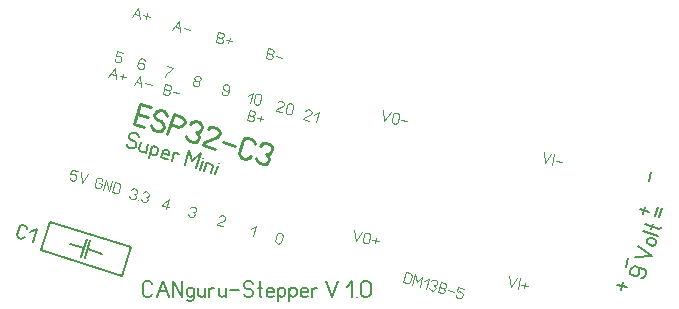
<source format=gbr>
%FSLAX34Y34*%
%MOMM*%
%LNSILK_TOP*%
G71*
G01*
%ADD10C,0.111*%
%ADD11C,0.222*%
%ADD12C,0.167*%
%ADD13C,0.150*%
%ADD14C,0.144*%
%LPD*%
G54D10*
X67323Y117017D02*
X62155Y118335D01*
X61195Y114566D01*
X61840Y114402D01*
X63270Y114611D01*
X64562Y114281D01*
X65717Y113414D01*
X66088Y112172D01*
X65540Y110019D01*
X64619Y109107D01*
X63190Y108898D01*
X61898Y109227D01*
X60743Y110095D01*
X60372Y111336D01*
G54D10*
X69691Y116414D02*
X70726Y106977D01*
X76152Y114767D01*
G54D10*
X210699Y160470D02*
X212894Y169083D01*
X216124Y168260D01*
X217279Y167392D01*
X217651Y166150D01*
X217376Y165074D01*
X216456Y164162D01*
X215027Y163953D01*
X216182Y163085D01*
X216553Y161844D01*
X216278Y160767D01*
X215358Y159855D01*
X213929Y159646D01*
X210699Y160470D01*
G54D10*
X211797Y164776D02*
X215027Y163953D01*
G54D10*
X219195Y162317D02*
X224363Y161000D01*
G54D10*
X222328Y163812D02*
X221231Y159505D01*
G54D10*
X139413Y182264D02*
X141608Y190878D01*
X144838Y190054D01*
X145993Y189187D01*
X146365Y187945D01*
X146090Y186869D01*
X145170Y185957D01*
X143740Y185748D01*
X144895Y184880D01*
X145266Y183639D01*
X144992Y182562D01*
X144072Y181650D01*
X142643Y181441D01*
X139413Y182264D01*
G54D10*
X140510Y186571D02*
X143740Y185748D01*
G54D10*
X147909Y184112D02*
X153077Y182794D01*
G54D10*
X114841Y189764D02*
X120266Y197554D01*
X121301Y188117D01*
G54D10*
X116956Y192664D02*
X120832Y191676D01*
G54D10*
X124630Y191282D02*
X129798Y189964D01*
G54D10*
X93123Y196404D02*
X98548Y204194D01*
X99583Y194757D01*
G54D10*
X95238Y199304D02*
X99114Y198316D01*
G54D10*
X102912Y197922D02*
X108081Y196604D01*
G54D10*
X106045Y199416D02*
X104948Y195109D01*
G54D10*
X432731Y28151D02*
X434144Y18763D01*
X439252Y26765D01*
G54D10*
X439795Y17562D02*
X441643Y26257D01*
G54D10*
X442994Y20858D02*
X448211Y19749D01*
G54D10*
X446065Y22477D02*
X445141Y18130D01*
G54D10*
X461745Y133022D02*
X463157Y123635D01*
X468266Y131636D01*
G54D10*
X468808Y122434D02*
X470656Y131128D01*
G54D10*
X472007Y125729D02*
X477224Y124620D01*
G54D10*
X325621Y168570D02*
X327033Y159183D01*
X332142Y167184D01*
G54D10*
X339403Y163937D02*
X338248Y158503D01*
X337365Y157555D01*
X335945Y157288D01*
X334641Y157566D01*
X333452Y158386D01*
X333031Y159612D01*
X334186Y165046D01*
X335069Y165994D01*
X336489Y166260D01*
X337793Y165983D01*
X338982Y165162D01*
X339403Y163937D01*
G54D10*
X341100Y160168D02*
X346317Y159060D01*
G54D10*
X301305Y67101D02*
X302718Y57713D01*
X307826Y65715D01*
G54D10*
X315087Y62467D02*
X313932Y57033D01*
X313049Y56085D01*
X311630Y55819D01*
X310325Y56096D01*
X309137Y56917D01*
X308716Y58142D01*
X309871Y63576D01*
X310754Y64524D01*
X312173Y64791D01*
X313478Y64513D01*
X314666Y63693D01*
X315087Y62467D01*
G54D10*
X316785Y58699D02*
X322001Y57590D01*
G54D10*
X319855Y60318D02*
X318931Y55971D01*
G54D11*
X123768Y154118D02*
X114857Y156893D01*
X120143Y173866D01*
X129054Y171091D01*
G54D11*
X117500Y165380D02*
X126411Y162604D01*
G54D11*
X129426Y155846D02*
X130039Y153328D01*
X132254Y151474D01*
X134800Y150681D01*
X137676Y150949D01*
X139610Y152674D01*
X140271Y154796D01*
X139659Y157314D01*
X137443Y159168D01*
X134898Y159961D01*
X132682Y161815D01*
X132070Y164333D01*
X132730Y166455D01*
X134664Y168180D01*
X137541Y168448D01*
X140087Y167655D01*
X142302Y165801D01*
X142915Y163283D01*
G54D11*
X143288Y148038D02*
X148574Y165011D01*
X154939Y163029D01*
X157155Y161175D01*
X157767Y158657D01*
X157106Y156535D01*
X155172Y154810D01*
X152296Y154542D01*
X145931Y156525D01*
G54D11*
X162435Y157203D02*
X164369Y158928D01*
X167246Y159196D01*
X169791Y158403D01*
X172007Y156549D01*
X172619Y154031D01*
X171958Y151909D01*
X170025Y150184D01*
X167148Y149916D01*
X169363Y148062D01*
X169976Y145544D01*
X169315Y143422D01*
X167381Y141697D01*
X164505Y141429D01*
X161959Y142222D01*
X159743Y144076D01*
X159131Y146594D01*
G54D11*
X183176Y135614D02*
X172992Y138786D01*
X173323Y139847D01*
X175256Y141572D01*
X184876Y145558D01*
X186811Y147283D01*
X187471Y149405D01*
X186859Y151923D01*
X184644Y153777D01*
X182098Y154570D01*
X179221Y154302D01*
X177287Y152577D01*
G54D11*
X190157Y141586D02*
X200341Y138414D01*
G54D11*
X213872Y129544D02*
X211938Y127819D01*
X209061Y127551D01*
X206516Y128344D01*
X204300Y130198D01*
X203688Y132716D01*
X206992Y143325D01*
X208926Y145050D01*
X211802Y145318D01*
X214348Y144525D01*
X216564Y142671D01*
X217176Y140153D01*
G54D11*
X221844Y138699D02*
X223778Y140424D01*
X226655Y140692D01*
X229200Y139899D01*
X231416Y138045D01*
X232028Y135527D01*
X231367Y133405D01*
X229434Y131680D01*
X226557Y131412D01*
X228772Y129558D01*
X229385Y127040D01*
X228724Y124919D01*
X226790Y123193D01*
X223914Y122926D01*
X221368Y123718D01*
X219152Y125572D01*
X218540Y128091D01*
G54D12*
X108690Y140241D02*
X109149Y138352D01*
X110811Y136961D01*
X112720Y136367D01*
X114877Y136568D01*
X116328Y137861D01*
X116824Y139453D01*
X116364Y141342D01*
X114702Y142732D01*
X112793Y143326D01*
X111131Y144717D01*
X110672Y146605D01*
X111168Y148197D01*
X112618Y149491D01*
X114776Y149692D01*
X116685Y149097D01*
X118346Y147707D01*
X118806Y145818D01*
G54D12*
X127044Y139760D02*
X124814Y132600D01*
G54D12*
X125310Y134191D02*
X123958Y133216D01*
X121950Y133492D01*
X120139Y134405D01*
X119581Y135975D01*
X121316Y141545D01*
G54D12*
X130545Y138670D02*
X127324Y128327D01*
G54D12*
X129059Y133896D02*
X129369Y131530D01*
X131179Y130617D01*
X133188Y130341D01*
X134638Y131635D01*
X135629Y134817D01*
X135170Y136706D01*
X133410Y137778D01*
X131352Y137895D01*
X129802Y136283D01*
G54D12*
X143521Y127646D02*
X141746Y127326D01*
X139836Y127921D01*
X138174Y129311D01*
X138288Y131021D01*
X139131Y133727D01*
X140581Y135021D01*
X142639Y134903D01*
X144400Y133831D01*
X145008Y132420D01*
X144512Y130829D01*
X138784Y132613D01*
G54D12*
X146775Y125760D02*
X149005Y132920D01*
G54D12*
X148509Y131330D02*
X150914Y132326D01*
X152824Y131731D01*
G54D12*
X157786Y122330D02*
X161752Y135060D01*
X164047Y125617D01*
X171299Y132087D01*
X167334Y119356D01*
G54D12*
X170835Y118266D02*
X173066Y125426D01*
G54D12*
X173809Y127813D02*
X173809Y127813D01*
G54D12*
X174336Y117175D02*
X176567Y124336D01*
G54D12*
X176071Y122745D02*
X177373Y123561D01*
X179431Y123444D01*
X181192Y122372D01*
X181800Y120960D01*
X180065Y115391D01*
G54D12*
X183566Y114301D02*
X185797Y121461D01*
G54D12*
X186540Y123848D02*
X186540Y123848D01*
G54D10*
X84970Y106849D02*
X87554Y106190D01*
X86868Y103498D01*
X85947Y102586D01*
X84519Y102377D01*
X83226Y102707D01*
X82072Y103574D01*
X81700Y104816D01*
X83072Y110199D01*
X83993Y111111D01*
X85422Y111320D01*
X86714Y110991D01*
X87869Y110123D01*
X88240Y108882D01*
G54D10*
X88824Y101280D02*
X91020Y109893D01*
X93992Y99962D01*
X96188Y108576D01*
G54D10*
X96360Y99359D02*
X98556Y107972D01*
X101786Y107149D01*
X102941Y106282D01*
X103312Y105040D01*
X101940Y99656D01*
X101020Y98745D01*
X99590Y98536D01*
X96360Y99359D01*
G54D10*
X112488Y101206D02*
X113408Y102118D01*
X114837Y102327D01*
X116130Y101998D01*
X117284Y101130D01*
X117656Y99889D01*
X117382Y98812D01*
X116461Y97900D01*
X115032Y97691D01*
X116186Y96823D01*
X116558Y95582D01*
X116284Y94506D01*
X115363Y93594D01*
X113934Y93385D01*
X112642Y93714D01*
X111487Y94581D01*
X111115Y95823D01*
G54D10*
X118240Y92287D02*
X118240Y92287D01*
G54D10*
X122393Y98682D02*
X123312Y99594D01*
X124742Y99803D01*
X126034Y99474D01*
X127189Y98606D01*
X127560Y97364D01*
X127286Y96287D01*
X126365Y95375D01*
X124936Y95166D01*
X126091Y94299D01*
X126462Y93058D01*
X126188Y91981D01*
X125268Y91069D01*
X123838Y90860D01*
X122546Y91189D01*
X121392Y92057D01*
X121020Y93298D01*
G54D10*
X142363Y84563D02*
X144558Y93177D01*
X139310Y88781D01*
X139036Y87705D01*
X144204Y86387D01*
G54D10*
X162393Y85949D02*
X163313Y86861D01*
X164742Y87070D01*
X166034Y86740D01*
X167189Y85872D01*
X167561Y84631D01*
X167286Y83554D01*
X166366Y82643D01*
X164937Y82433D01*
X166092Y81566D01*
X166463Y80324D01*
X166188Y79248D01*
X165268Y78336D01*
X163839Y78127D01*
X162547Y78456D01*
X161392Y79324D01*
X161021Y80565D01*
G54D10*
X190553Y70156D02*
X185385Y71474D01*
X185522Y72012D01*
X186443Y72924D01*
X191142Y75166D01*
X192062Y76078D01*
X192337Y77155D01*
X191965Y78396D01*
X190810Y79264D01*
X189518Y79593D01*
X188089Y79384D01*
X187168Y78472D01*
G54D10*
X214252Y68224D02*
X218305Y70630D01*
X216110Y62017D01*
G54D10*
X240946Y62195D02*
X239573Y56812D01*
X238653Y55900D01*
X237224Y55691D01*
X235931Y56020D01*
X234777Y56888D01*
X234405Y58129D01*
X235778Y63513D01*
X236698Y64425D01*
X238127Y64634D01*
X239419Y64304D01*
X240574Y63437D01*
X240946Y62195D01*
G54D10*
X105508Y217255D02*
X100339Y218572D01*
X99379Y214804D01*
X100025Y214639D01*
X101454Y214848D01*
X102746Y214519D01*
X103901Y213651D01*
X104273Y212410D01*
X103723Y210256D01*
X102803Y209344D01*
X101374Y209135D01*
X100082Y209465D01*
X98927Y210332D01*
X98556Y211573D01*
G54D10*
X124400Y210086D02*
X124029Y211327D01*
X122874Y212195D01*
X121582Y212524D01*
X120153Y212315D01*
X119233Y211403D01*
X118546Y208712D01*
X118409Y208173D01*
X120622Y208756D01*
X121914Y208426D01*
X123068Y207559D01*
X123440Y206317D01*
X123028Y204702D01*
X122108Y203790D01*
X120679Y203581D01*
X119386Y203911D01*
X118232Y204778D01*
X117860Y206020D01*
X118546Y208712D01*
G54D10*
X142506Y205692D02*
X147674Y204374D01*
X146753Y203462D01*
X145049Y202177D01*
X143209Y200353D01*
X142151Y198902D01*
X141602Y196749D01*
G54D10*
X168749Y193221D02*
X167457Y193550D01*
X166302Y194418D01*
X165930Y195659D01*
X166205Y196736D01*
X167125Y197648D01*
X168554Y197857D01*
X169847Y197528D01*
X171001Y196660D01*
X171373Y195419D01*
X171098Y194342D01*
X170178Y193430D01*
X168749Y193221D01*
X169904Y192354D01*
X170275Y191112D01*
X170001Y190035D01*
X169081Y189123D01*
X167651Y188914D01*
X166359Y189244D01*
X165204Y190111D01*
X164833Y191353D01*
X165107Y192430D01*
X166028Y193341D01*
X167457Y193550D01*
G54D10*
X189154Y183917D02*
X189526Y182676D01*
X190680Y181808D01*
X191972Y181479D01*
X193402Y181688D01*
X194322Y182600D01*
X195008Y185292D01*
X195145Y185830D01*
X192933Y185248D01*
X191641Y185577D01*
X190486Y186445D01*
X190114Y187686D01*
X190526Y189301D01*
X191447Y190213D01*
X192876Y190422D01*
X194168Y190093D01*
X195323Y189225D01*
X195694Y187983D01*
X195008Y185292D01*
G54D10*
X211663Y180969D02*
X215716Y183376D01*
X213520Y174762D01*
G54D10*
X222840Y179840D02*
X221468Y174456D01*
X220548Y173544D01*
X219119Y173335D01*
X217827Y173665D01*
X216672Y174532D01*
X216300Y175774D01*
X217673Y181157D01*
X218593Y182069D01*
X220022Y182278D01*
X221314Y181949D01*
X222470Y181081D01*
X222840Y179840D01*
G54D10*
X240527Y166831D02*
X235359Y168149D01*
X235496Y168687D01*
X236417Y169599D01*
X241116Y171841D01*
X242036Y172753D01*
X242311Y173830D01*
X241939Y175071D01*
X240785Y175939D01*
X239492Y176268D01*
X238063Y176059D01*
X237143Y175147D01*
G54D10*
X249847Y171909D02*
X248474Y166525D01*
X247554Y165613D01*
X246125Y165405D01*
X244833Y165734D01*
X243678Y166602D01*
X243306Y167843D01*
X244679Y173226D01*
X245599Y174138D01*
X247028Y174347D01*
X248321Y174018D01*
X249475Y173150D01*
X249847Y171909D01*
G54D10*
X263531Y159798D02*
X258363Y161116D01*
X258501Y161654D01*
X259421Y162566D01*
X264120Y164808D01*
X265041Y165720D01*
X265315Y166797D01*
X264943Y168038D01*
X263789Y168906D01*
X262497Y169235D01*
X261068Y169026D01*
X260147Y168114D01*
G54D10*
X267271Y164578D02*
X271325Y166985D01*
X269129Y158371D01*
G54D10*
X342860Y23110D02*
X345310Y31655D01*
X348514Y30736D01*
X349643Y29834D01*
X349978Y28582D01*
X348446Y23242D01*
X347499Y22358D01*
X346064Y22191D01*
X342860Y23110D01*
G54D10*
X350336Y20966D02*
X352786Y29511D01*
X354459Y23252D01*
X359194Y27673D01*
X356744Y19129D01*
G54D10*
X360625Y23795D02*
X364748Y26081D01*
X362298Y17536D01*
G54D10*
X366638Y23805D02*
X367585Y24689D01*
X369020Y24856D01*
X370301Y24488D01*
X371430Y23587D01*
X371765Y22335D01*
X371458Y21267D01*
X370511Y20383D01*
X369076Y20216D01*
X370205Y19315D01*
X370540Y18063D01*
X370233Y16995D01*
X369286Y16110D01*
X367851Y15944D01*
X366570Y16311D01*
X365441Y17213D01*
X365106Y18465D01*
G54D10*
X372123Y14719D02*
X374573Y23264D01*
X377777Y22345D01*
X378906Y21443D01*
X379240Y20191D01*
X378934Y19123D01*
X377987Y18239D01*
X376552Y18073D01*
X377681Y17171D01*
X378015Y15919D01*
X377709Y14851D01*
X376762Y13967D01*
X375327Y13800D01*
X372123Y14719D01*
G54D10*
X373348Y18991D02*
X376552Y18073D01*
G54D10*
X380670Y16314D02*
X385797Y14844D01*
G54D10*
X394651Y17506D02*
X389524Y18976D01*
X388452Y15238D01*
X389093Y15054D01*
X390528Y15221D01*
X391810Y14853D01*
X392938Y13952D01*
X393273Y12700D01*
X392660Y10564D01*
X391713Y9680D01*
X390279Y9513D01*
X388997Y9881D01*
X387868Y10782D01*
X387534Y12034D01*
G54D13*
X104516Y28424D02*
X112154Y52649D01*
X43868Y74179D01*
X36230Y49955D01*
X104516Y28424D01*
G54D13*
X73313Y43191D02*
X78124Y58451D01*
G54D13*
X70261Y44153D02*
X75072Y59413D01*
G54D13*
X87830Y47002D02*
X75718Y50821D01*
G54D13*
X72666Y51783D02*
X60554Y55602D01*
G54D14*
X22562Y61225D02*
X21311Y60097D01*
X19442Y59913D01*
X17784Y60420D01*
X16338Y61617D01*
X15932Y63252D01*
X18043Y70159D01*
X19294Y71286D01*
X21163Y71470D01*
X22821Y70964D01*
X24267Y69766D01*
X24674Y68131D01*
G54D14*
X27079Y65130D02*
X32490Y68008D01*
X29111Y56957D01*
G54D12*
X544425Y26267D02*
X546319Y26703D01*
X547730Y28348D01*
X548348Y30250D01*
X548173Y32410D01*
X546897Y33876D01*
X542934Y35163D01*
X542142Y35421D01*
X542800Y32052D01*
X542182Y30150D01*
X540771Y28506D01*
X538877Y28070D01*
X536500Y28842D01*
X535224Y30308D01*
X535049Y32468D01*
X535667Y34370D01*
X537078Y36015D01*
X538971Y36451D01*
X542934Y35163D01*
G54D12*
X538922Y44388D02*
X553148Y45024D01*
X542012Y53899D01*
G54D12*
X555778Y59591D02*
X552608Y60621D01*
X550714Y60185D01*
X549620Y58437D01*
X549478Y56381D01*
X550754Y54914D01*
X553924Y53885D01*
X555819Y54320D01*
X556753Y56120D01*
X557054Y58125D01*
X555778Y59591D01*
G54D12*
X558813Y62460D02*
X546133Y66581D01*
G54D12*
X547884Y71970D02*
X559772Y68107D01*
X560874Y68801D01*
X560866Y69855D01*
G54D12*
X552814Y68265D02*
X554050Y72070D01*
G54D12*
X556378Y79235D02*
X558850Y86843D01*
G54D12*
X559548Y78205D02*
X562020Y85813D01*
G54D12*
X551026Y82684D02*
X543264Y84619D01*
G54D12*
X546339Y80417D02*
X547951Y86886D01*
G54D12*
X532055Y18539D02*
X524293Y20475D01*
G54D12*
X527367Y16273D02*
X528980Y22741D01*
G54D12*
X531112Y35601D02*
X533047Y43363D01*
G54D12*
X550580Y108850D02*
X552516Y116612D01*
G54D10*
X184348Y226444D02*
X186498Y235069D01*
X189733Y234262D01*
X190892Y233401D01*
X191270Y232161D01*
X191001Y231083D01*
X190086Y230166D01*
X188657Y229950D01*
X189817Y229088D01*
X190195Y227849D01*
X189926Y226771D01*
X189010Y225854D01*
X187582Y225637D01*
X184348Y226444D01*
G54D10*
X185423Y230756D02*
X188657Y229950D01*
G54D10*
X192835Y228336D02*
X198010Y227045D01*
G54D10*
X195960Y229847D02*
X194885Y225534D01*
G54D10*
X226412Y212515D02*
X228563Y221139D01*
X231797Y220333D01*
X232956Y219471D01*
X233334Y218232D01*
X233066Y217154D01*
X232150Y216237D01*
X230722Y216021D01*
X231881Y215159D01*
X232259Y213920D01*
X231991Y212842D01*
X231075Y211925D01*
X229647Y211708D01*
X226412Y212515D01*
G54D10*
X227488Y216827D02*
X230722Y216021D01*
G54D10*
X234899Y214407D02*
X240074Y213116D01*
G54D10*
X147430Y236605D02*
X152814Y244423D01*
X153898Y234992D01*
G54D10*
X149530Y239516D02*
X153411Y238549D01*
G54D10*
X157211Y238174D02*
X162386Y236884D01*
G54D10*
X113213Y247478D02*
X118598Y255297D01*
X119682Y245866D01*
G54D10*
X115314Y250390D02*
X119195Y249422D01*
G54D10*
X122995Y249048D02*
X128170Y247757D01*
G54D10*
X126120Y250559D02*
X125044Y246246D01*
G54D12*
X130551Y13198D02*
X129551Y11531D01*
X127551Y10698D01*
X125551Y10698D01*
X123551Y11531D01*
X122551Y13198D01*
X122551Y21531D01*
X123551Y23198D01*
X125551Y24031D01*
X127551Y24031D01*
X129551Y23198D01*
X130551Y21531D01*
G54D12*
X134218Y10698D02*
X139218Y24031D01*
X144218Y10698D01*
G54D12*
X136218Y15698D02*
X142218Y15698D01*
G54D12*
X147885Y10698D02*
X147885Y24031D01*
X155885Y10698D01*
X155885Y24031D01*
G54D12*
X159552Y8198D02*
X161552Y7365D01*
X162952Y7365D01*
X164952Y8198D01*
X165552Y9865D01*
X165552Y18198D01*
G54D12*
X165552Y16031D02*
X164552Y17698D01*
X162552Y18198D01*
X160552Y17698D01*
X159552Y16031D01*
X159552Y12698D01*
X160552Y11031D01*
X162552Y10698D01*
X164552Y11031D01*
X165552Y12698D01*
G54D12*
X175219Y18198D02*
X175219Y10698D01*
G54D12*
X175219Y12365D02*
X174219Y11031D01*
X172219Y10698D01*
X170219Y11031D01*
X169219Y12365D01*
X169219Y18198D01*
G54D12*
X178886Y10698D02*
X178886Y18198D01*
G54D12*
X178886Y16531D02*
X180886Y18198D01*
X182886Y18198D01*
G54D12*
X192553Y18198D02*
X192553Y10698D01*
G54D12*
X192553Y12365D02*
X191553Y11031D01*
X189553Y10698D01*
X187553Y11031D01*
X186553Y12365D01*
X186553Y18198D01*
G54D12*
X196220Y16531D02*
X204220Y16531D01*
G54D12*
X207887Y13198D02*
X208887Y11531D01*
X210887Y10698D01*
X212887Y10698D01*
X214887Y11531D01*
X215887Y13198D01*
X215887Y14865D01*
X214887Y16531D01*
X212887Y17365D01*
X210887Y17365D01*
X208887Y18198D01*
X207887Y19865D01*
X207887Y21531D01*
X208887Y23198D01*
X210887Y24031D01*
X212887Y24031D01*
X214887Y23198D01*
X215887Y21531D01*
G54D12*
X221554Y24031D02*
X221554Y11531D01*
X222554Y10698D01*
X223554Y11031D01*
G54D12*
X219554Y18198D02*
X223554Y18198D01*
G54D12*
X233221Y11531D02*
X231621Y10698D01*
X229621Y10698D01*
X227621Y11531D01*
X227221Y13198D01*
X227221Y16031D01*
X228221Y17698D01*
X230221Y18198D01*
X232221Y17698D01*
X233221Y16531D01*
X233221Y14865D01*
X227221Y14865D01*
G54D12*
X236888Y18198D02*
X236888Y7365D01*
G54D12*
X236888Y13198D02*
X237888Y11031D01*
X239888Y10698D01*
X241888Y11031D01*
X242888Y12698D01*
X242888Y16031D01*
X241888Y17698D01*
X239888Y18198D01*
X237888Y17698D01*
X236888Y15698D01*
G54D12*
X246555Y18198D02*
X246555Y7365D01*
G54D12*
X246555Y13198D02*
X247555Y11031D01*
X249555Y10698D01*
X251555Y11031D01*
X252555Y12698D01*
X252555Y16031D01*
X251555Y17698D01*
X249555Y18198D01*
X247555Y17698D01*
X246555Y15698D01*
G54D12*
X262222Y11531D02*
X260622Y10698D01*
X258622Y10698D01*
X256622Y11531D01*
X256222Y13198D01*
X256222Y16031D01*
X257222Y17698D01*
X259222Y18198D01*
X261222Y17698D01*
X262222Y16531D01*
X262222Y14865D01*
X256222Y14865D01*
G54D12*
X265889Y10698D02*
X265889Y18198D01*
G54D12*
X265889Y16531D02*
X267889Y18198D01*
X269889Y18198D01*
G54D12*
X277423Y24031D02*
X282423Y10698D01*
X287423Y24031D01*
G54D12*
X294957Y19031D02*
X299957Y24031D01*
X299957Y10698D01*
G54D12*
X303624Y10698D02*
X303624Y10698D01*
G54D12*
X315291Y21531D02*
X315291Y13198D01*
X314291Y11531D01*
X312291Y10698D01*
X310291Y10698D01*
X308291Y11531D01*
X307291Y13198D01*
X307291Y21531D01*
X308291Y23198D01*
X310291Y24031D01*
X312291Y24031D01*
X314291Y23198D01*
X315291Y21531D01*
M02*

</source>
